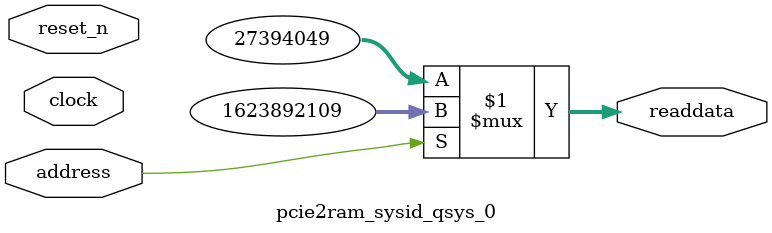
<source format=v>



// synthesis translate_off
`timescale 1ns / 1ps
// synthesis translate_on

// turn off superfluous verilog processor warnings 
// altera message_level Level1 
// altera message_off 10034 10035 10036 10037 10230 10240 10030 

module pcie2ram_sysid_qsys_0 (
               // inputs:
                address,
                clock,
                reset_n,

               // outputs:
                readdata
             )
;

  output  [ 31: 0] readdata;
  input            address;
  input            clock;
  input            reset_n;

  wire    [ 31: 0] readdata;
  //control_slave, which is an e_avalon_slave
  assign readdata = address ? 1623892109 : 27394049;

endmodule



</source>
